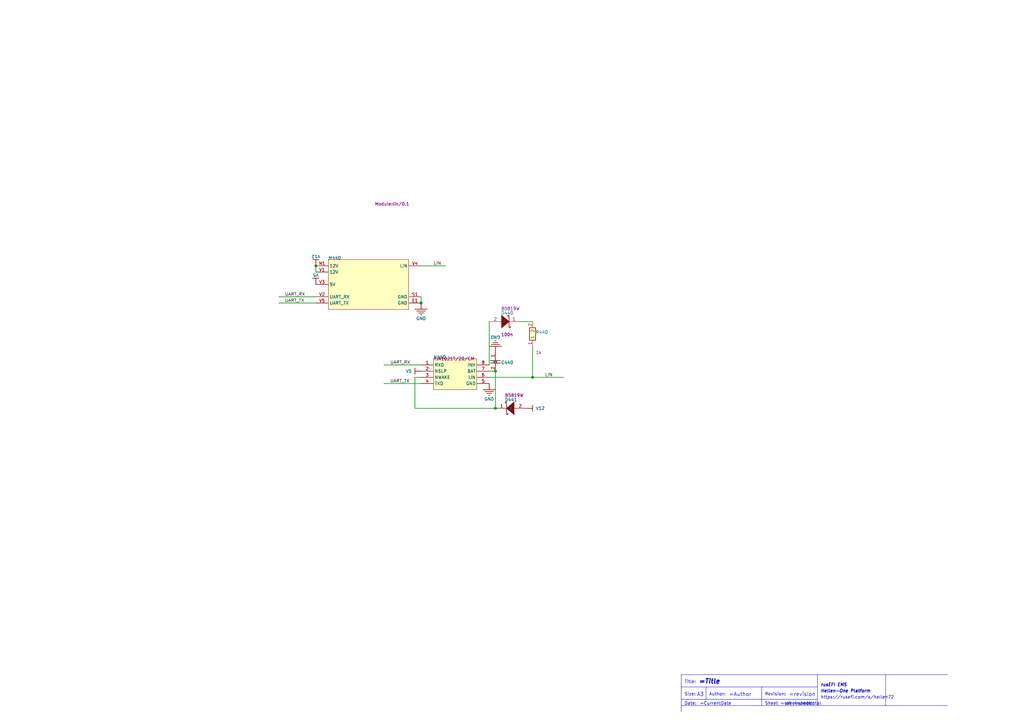
<source format=kicad_sch>
(kicad_sch (version 20210126) (generator eeschema)
  (paper "A3")
  (title_block (title "Hellen-One LIN") (rev "0.1"))
  (lib_symbols
    (symbol "hellen1-lin-altium-import:0_Cap"
      (property "Value" "0_Cap" (at 0 0 0))
      (symbol "0_Cap_1_0"
        (polyline (pts (xy 2.032 -4.318) (xy -2.032 -4.318)) (stroke (width 0.254)))
        (polyline (pts (xy -2.032 -3.302) (xy 2.032 -3.302)) (stroke (width 0.254)))
        (polyline (pts (xy 0 -2.54) (xy 0 -3.302)) (stroke (width 0.254)))
        (polyline (pts (xy 0 -5.08) (xy 0 -4.318)) (stroke (width 0.254)))
        (pin passive line (at 0 0 270) (length 2.54) (name "1") (number "1"))
        (pin passive line (at 0 -7.62 90) (length 2.54) (name "2") (number "2"))
      )
    )
    (symbol "hellen1-lin-altium-import:0_D Schottky"
      (property "Value" "0_D Schottky" (at 0 0 0))
      (symbol "0_D Schottky_1_0"
        (polyline (pts (xy 2.54 2.54) (xy -0.508 0) (xy 2.54 -2.54) (xy 2.54 2.54)) (stroke (width 0.254)) (fill (type outline)))
        (polyline (pts (xy -1.016 2.032) (xy -1.016 2.54) (xy -0.508 2.54) (xy -0.508 -2.54) (xy 0 -2.54) (xy 0 -2.032)) (stroke (width 0.254)))
        (pin passive line (at 7.62 0 180) (length 5.08) (name "A") (number "2"))
        (pin passive line (at -5.08 0 0) (length 5.08) (name "K") (number "1"))
      )
    )
    (symbol "hellen1-lin-altium-import:0_Mod-Hellen-LIN"
      (property "Value" "0_Mod-Hellen-LIN" (at 0 0 0))
      (symbol "0_Mod-Hellen-LIN_1_0"
        (rectangle (start 33.02 0) (end 0 -20.32) (fill (type background)))
        (pin passive line (at -5.08 -5.08 0) (length 5.08) (name "12V") (number "V1"))
        (pin passive line (at -5.08 -15.24 0) (length 5.08) (name "UART_RX") (number "V2"))
        (pin passive line (at -5.08 -10.16 0) (length 5.08) (name "5V") (number "V3"))
        (pin passive line (at 38.1 -2.54 180) (length 5.08) (name "LIN") (number "V4"))
        (pin passive line (at -5.08 -17.78 0) (length 5.08) (name "UART_TX") (number "V5"))
        (pin passive line (at 38.1 -15.24 180) (length 5.08) (name "GND") (number "S1"))
        (pin passive line (at 38.1 -17.78 180) (length 5.08) (name "GND") (number "E1"))
        (pin passive line (at -5.08 -2.54 0) (length 5.08) (name "12V") (number "N1"))
      )
    )
    (symbol "hellen1-lin-altium-import:0_TJA1020T"
      (property "Value" "0_TJA1020T" (at 0 0 0))
      (symbol "0_TJA1020T_1_0"
        (rectangle (start 7.62 7.62) (end -10.16 -5.08) (fill (type background)))
        (pin open_collector line (at -15.24 5.08 0) (length 5) (name "RXD") (number "1"))
        (pin input line (at -15.24 2.54 0) (length 5) (name "NSLP") (number "2"))
        (pin input line (at -15.24 0 0) (length 5) (name "NWAKE") (number "3"))
        (pin power_in line (at 12.6999 -2.54 180) (length 5) (name "GND") (number "5"))
        (pin input line (at -15.24 -2.54 0) (length 5) (name "TXD") (number "4"))
        (pin bidirectional line (at 12.6999 0 180) (length 5) (name "LIN") (number "6"))
        (pin power_in line (at 12.6999 2.54 180) (length 5) (name "BAT") (number "7"))
        (pin passive line (at 12.6999 5.08 180) (length 5) (name "INH") (number "8"))
      )
    )
    (symbol "hellen1-lin-altium-import:2_D Schottky"
      (property "Value" "2_D Schottky" (at 0 0 0))
      (symbol "2_D Schottky_1_0"
        (polyline (pts (xy -2.54 -2.54) (xy 0.508 0) (xy -2.54 2.54) (xy -2.54 -2.54)) (stroke (width 0.254)) (fill (type outline)))
        (polyline (pts (xy 1.016 -2.032) (xy 1.016 -2.54) (xy 0.508 -2.54) (xy 0.508 2.54) (xy 0 2.54) (xy 0 2.032)) (stroke (width 0.254)))
        (pin passive line (at -7.62 0 0) (length 5.08) (name "A") (number "2"))
        (pin passive line (at 5.08 0 180) (length 5.08) (name "K") (number "1"))
      )
    )
    (symbol "hellen1-lin-altium-import:2_Res"
      (property "Value" "2_Res" (at 0 0 0))
      (symbol "2_Res_1_0"
        (rectangle (start 1.27 7.62) (end -1.27 2.54) (stroke (width 0.254)) (fill (type background)))
        (pin passive line (at 0 10.16 270) (length 2.54) (name "2") (number "2"))
        (pin passive line (at 0 0 90) (length 2.54) (name "1") (number "1"))
      )
    )
    (symbol "hellen1-lin-altium-import:GND" (power)
      (property "Reference" "#PWR" (at 0 0 0))
      (property "Value" "GND" (at 0 6.35 0))
      (symbol "GND_0_0"
        (polyline (pts (xy 0 0) (xy 0 -2.54)) (stroke (width 0.254)))
        (polyline (pts (xy -2.54 -2.54) (xy 2.54 -2.54)) (stroke (width 0.254)))
        (polyline (pts (xy -1.778 -3.302) (xy 1.778 -3.302)) (stroke (width 0.254)))
        (polyline (pts (xy -1.016 -4.064) (xy 1.016 -4.064)) (stroke (width 0.254)))
        (polyline (pts (xy -0.254 -4.826) (xy 0.254 -4.826)) (stroke (width 0.254)))
        (pin power_in line (at 0 0 0) (length 0) hide (name "GND") (number ""))
      )
    )
    (symbol "hellen1-lin-altium-import:V12" (power)
      (property "Reference" "#PWR" (at 0 0 0))
      (property "Value" "V12" (at 0 3.81 0))
      (symbol "V12_0_0"
        (polyline (pts (xy 0 0) (xy 0 -2.54)) (stroke (width 0.254)))
        (polyline (pts (xy -1.27 -2.54) (xy 1.27 -2.54)) (stroke (width 0.254)))
        (pin power_in line (at 0 0 0) (length 0) hide (name "V12") (number ""))
      )
    )
    (symbol "hellen1-lin-altium-import:V5" (power)
      (property "Reference" "#PWR" (at 0 0 0))
      (property "Value" "V5" (at 0 3.81 0))
      (symbol "V5_0_0"
        (polyline (pts (xy 0 0) (xy 0 -2.54)) (stroke (width 0.254)))
        (polyline (pts (xy -1.27 -2.54) (xy 1.27 -2.54)) (stroke (width 0.254)))
        (pin power_in line (at 0 0 0) (length 0) hide (name "V5") (number ""))
      )
    )
  )
  (junction (at 129.54 109.0422) (diameter 1.016))
  (junction (at 172.72 124.2822) (diameter 1.016))
  (junction (at 203.2 152.2222) (diameter 1.016))
  (junction (at 203.2 167.4622) (diameter 1.016))
  (junction (at 218.44 154.7622) (diameter 1.016))
  (wire (pts (xy 129.54 109.0422) (xy 129.54 111.5822)) (stroke (width 0.254)))
  (wire (pts (xy 129.54 121.7422) (xy 114.3 121.7422)) (stroke (width 0.254)))
  (wire (pts (xy 129.54 124.2822) (xy 114.3 124.2822)) (stroke (width 0.254)))
  (wire (pts (xy 170.18 154.7622) (xy 172.72 154.7622)) (stroke (width 0.254)))
  (wire (pts (xy 170.18 167.4622) (xy 170.18 154.7622)) (stroke (width 0.254)))
  (wire (pts (xy 172.72 109.0422) (xy 182.88 109.0422)) (stroke (width 0.254)))
  (wire (pts (xy 172.72 121.7422) (xy 172.72 124.2822)) (stroke (width 0.254)))
  (wire (pts (xy 172.72 149.6822) (xy 157.48 149.6822)) (stroke (width 0.254)))
  (wire (pts (xy 172.72 157.3022) (xy 157.48 157.3022)) (stroke (width 0.254)))
  (wire (pts (xy 200.66 149.6822) (xy 200.66 131.9022)) (stroke (width 0.254)))
  (wire (pts (xy 200.66 152.2222) (xy 203.2 152.2222)) (stroke (width 0.254)))
  (wire (pts (xy 200.66 154.7622) (xy 218.44 154.7622)) (stroke (width 0.254)))
  (wire (pts (xy 203.2 152.2222) (xy 203.2 167.4622)) (stroke (width 0.254)))
  (wire (pts (xy 203.2 167.4622) (xy 170.18 167.4622)) (stroke (width 0.254)))
  (wire (pts (xy 213.36 131.9022) (xy 218.44 131.9022)) (stroke (width 0.254)))
  (wire (pts (xy 218.44 142.0622) (xy 218.44 154.7622)) (stroke (width 0.254)))
  (wire (pts (xy 218.44 154.7622) (xy 231.14 154.7622)) (stroke (width 0.254)))
  (polyline (pts (xy 279.4 276.6822) (xy 279.4 291.9222)) (stroke (width 0) (type solid)))
  (polyline (pts (xy 279.4 281.7622) (xy 335.28 281.7622)) (stroke (width 0) (type solid)))
  (polyline (pts (xy 279.4 286.8422) (xy 335.28 286.8422)) (stroke (width 0) (type solid)))
  (polyline (pts (xy 289.56 281.7622) (xy 289.56 286.8422)) (stroke (width 0) (type solid)))
  (polyline (pts (xy 312.42 281.7622) (xy 312.42 289.3822)) (stroke (width 0) (type solid)))
  (polyline (pts (xy 335.28 276.6822) (xy 335.28 289.3822)) (stroke (width 0) (type solid)))
  (polyline (pts (xy 363.22 276.6822) (xy 279.4 276.6822)) (stroke (width 0) (type solid)))
  (polyline (pts (xy 363.22 276.6822) (xy 363.22 289.3822)) (stroke (width 0) (type solid)))
  (polyline (pts (xy 363.22 289.3822) (xy 279.4 289.3822)) (stroke (width 0) (type solid)))
  (polyline (pts (xy 363.22 289.3822) (xy 388.62 289.3822)) (stroke (width 0) (type solid)))
  (polyline (pts (xy 388.62 276.6822) (xy 363.22 276.6822)) (stroke (width 0) (type solid)))
  (text "Title:" (at 280.67 280.4922 180) (effects (font (size 1.27 1.27)) (justify left bottom)))
  (text "Size:" (at 280.67 285.5722 180) (effects (font (size 1.27 1.27)) (justify left bottom)))
  (text "Date:" (at 280.67 289.3822 180) (effects (font (size 1.27 1.27)) (justify left bottom)))
  (text "A3" (at 285.75 285.8262 180) (effects (font (size 1.524 1.524)) (justify left bottom)))
  (text "=Title" (at 286.512 280.7462 180) (effects (font (size 1.905 1.905) bold italic) (justify left bottom)))
  (text "=CurrentDate" (at 287.02 289.3822 180) (effects (font (size 1.27 1.27)) (justify left bottom)))
  (text "Author:" (at 290.83 285.5722 180) (effects (font (size 1.27 1.27)) (justify left bottom)))
  (text "=Author" (at 298.958 285.8262 180) (effects (font (size 1.524 1.524)) (justify left bottom)))
  (text "Revision:" (at 313.69 285.5722 180) (effects (font (size 1.27 1.27)) (justify left bottom)))
  (text "Sheet" (at 313.69 289.3822 180) (effects (font (size 1.27 1.27)) (justify left bottom)))
  (text "=sheetnumber" (at 320.04 289.3822 180) (effects (font (size 1.27 1.27)) (justify left bottom)))
  (text "of" (at 322.326 289.3822 180) (effects (font (size 1.27 1.27)) (justify left bottom)))
  (text "=revision" (at 323.596 285.8262 180) (effects (font (size 1.524 1.524)) (justify left bottom)))
  (text "=sheettotal" (at 325.628 289.3822 180) (effects (font (size 1.27 1.27)) (justify left bottom)))
  (text "rusEFI EMS" (at 336.55 281.7622 180) (effects (font (size 1.27 1.27) bold italic) (justify left bottom)))
  (text "Hellen-One Platform" (at 336.55 284.3022 180) (effects (font (size 1.27 1.27) bold italic) (justify left bottom)))
  (text "https://rusefi.com/s/hellen72" (at 336.55 286.8422 180) (effects (font (size 1.27 1.27) italic) (justify left bottom)))
  (label "UART_RX" (at 116.84 121.7422 0))
  (label "UART_TX" (at 116.84 124.2822 0))
  (label "UART_RX" (at 160.02 149.6822 0))
  (label "UART_TX" (at 160.02 157.3022 0))
  (label "LIN" (at 177.8 109.0422 0))
  (label "LIN" (at 223.52 154.7622 0))
  (symbol (lib_id "hellen1-lin-altium-import:V12") (at 129.54 109.0422 180) (unit 1)
    (property "Reference" "#PWR?" (effects hide))
    (property "Value" "V12" (at 129.54 105.2322 -180))
  )
  (symbol (lib_id "hellen1-lin-altium-import:V5") (at 129.54 116.6622 180) (unit 1)
    (property "Reference" "#PWR?" (effects hide))
    (property "Value" "V5" (at 129.54 112.8522 -180))
  )
  (symbol (lib_id "hellen1-lin-altium-import:V5") (at 172.72 152.2222 270) (unit 1)
    (property "Reference" "#PWR?" (effects hide))
    (property "Value" "V5" (at 168.91 152.2222 -270) (effects (justify right)))
  )
  (symbol (lib_id "hellen1-lin-altium-import:V12") (at 215.9 167.4622 90) (unit 1)
    (property "Reference" "#PWR?" (effects hide))
    (property "Value" "V12" (at 219.71 167.4622 -90) (effects (justify left)))
  )
  (symbol (lib_id "hellen1-lin-altium-import:GND") (at 172.72 124.2822 0) (unit 1)
    (property "Reference" "#PWR?" (effects hide))
    (property "Value" "GND" (at 172.72 130.6322 0))
  )
  (symbol (lib_id "hellen1-lin-altium-import:GND") (at 200.66 157.3022 0) (unit 1)
    (property "Reference" "#PWR?" (effects hide))
    (property "Value" "GND" (at 200.66 163.6522 0))
  )
  (symbol (lib_id "hellen1-lin-altium-import:GND") (at 203.2 144.6022 180) (unit 1)
    (property "Reference" "#PWR?" (effects hide))
    (property "Value" "GND" (at 203.2 138.2522 -180))
  )
  (symbol (lib_id "hellen1-lin-altium-import:2_Res") (at 218.44 142.0622 0) (unit 1)
    (property "Reference" "R440" (at 219.71 136.9822 0) (effects (justify left bottom)))
    (property "Fitted" "True" (effects hide))
    (property "PackageReference" "R0603" (effects hide))
    (property "Type" "SMD" (effects hide))
    (property "Supplier Part Number 1" "*" (effects hide))
    (property "Supplier Part Number 2" "*" (effects hide))
    (property "Supplier Part Number 3" "C21190" (effects hide))
    (property "Supplier 1" "Mouser" (effects hide))
    (property "Supplier 2" "DigiKey" (effects hide))
    (property "Supplier 3" "LCSC" (effects hide))
    (property "Comment" "1k" (at 219.71 144.6022 0) (effects (justify left)))
  )
  (symbol (lib_id "hellen1-lin-altium-import:0_Cap") (at 203.2 144.6022 0) (unit 1)
    (property "Reference" "C440" (at 205.486 149.4282 0) (effects (justify left bottom)))
    (property "Fitted" "True" (effects hide))
    (property "Supplier Part Number 1" "710-885012207079" (effects hide))
    (property "Supplier Part Number 2" "732-7673-1-ND" (effects hide))
    (property "Supplier 1" "Mouser" (effects hide))
    (property "Supplier 2" "Digi-Key" (effects hide))
    (property "PackageReference" "C0603" (effects hide))
    (property "Supplier Part Number 3" "C14663" (effects hide))
    (property "Type" "SMD" (effects hide))
    (property "Supplier 3" "LCSC" (effects hide))
    (property "Comment" "100n" (at 205.486 137.2362 0) (effects (justify left)))
  )
  (symbol (lib_id "hellen1-lin-altium-import:2_D Schottky") (at 208.28 131.9022 0) (unit 1)
    (property "Reference" "D440" (at 205.486 129.1082 0) (effects (justify left bottom)))
    (property "Published" "8-Jun-2000" (effects hide))
    (property "LatestRevisionDate" "17-Jul-2002" (effects hide))
    (property "LatestRevisionNote" "Re-released for DXP Platform." (effects hide))
    (property "PackageReference" "SOD-123" (effects hide))
    (property "Publisher" "Altium Limited" (effects hide))
    (property "Code_JEDEC" "DO-214-AA" (effects hide))
    (property "Fitted" "True" (effects hide))
    (property "Type" "SMD" (effects hide))
    (property "Supplier 3" "LCSC" (effects hide))
    (property "Supplier Part Number 3" "C8598" (effects hide))
    (property "Comment" "B5819W" (at 205.486 126.5682 0) (effects (justify left)))
  )
  (symbol (lib_id "hellen1-lin-altium-import:0_D Schottky") (at 208.28 167.4622 0) (unit 1)
    (property "Reference" "D441" (at 207.01 164.6682 0) (effects (justify left bottom)))
    (property "Published" "8-Jun-2000" (effects hide))
    (property "LatestRevisionDate" "17-Jul-2002" (effects hide))
    (property "LatestRevisionNote" "Re-released for DXP Platform." (effects hide))
    (property "PackageReference" "SOD-123" (effects hide))
    (property "Publisher" "Altium Limited" (effects hide))
    (property "Code_JEDEC" "DO-214-AA" (effects hide))
    (property "Fitted" "True" (effects hide))
    (property "Type" "SMD" (effects hide))
    (property "Supplier 3" "LCSC" (effects hide))
    (property "Supplier Part Number 3" "C8598" (effects hide))
    (property "Comment" "B5819W" (at 207.01 162.1282 0) (effects (justify left)))
  )
  (symbol (lib_id "hellen1-lin-altium-import:0_TJA1020T") (at 187.96 154.7622 0) (unit 1)
    (property "Reference" "U440" (at 177.8 147.1422 0) (effects (justify left bottom)))
    (property "Fitted" "True" (effects hide))
    (property "Type" "SMD" (effects hide))
    (property "PackageReference" "SO8" (effects hide))
    (property "Supplier 3" "LCSC" (effects hide))
    (property "Supplier Part Number 3" "C128810" (effects hide))
    (property "Comment" "TJA1021T/20/CM" (at 177.8 147.1422 0) (effects (justify left)))
  )
  (symbol (lib_id "hellen1-lin-altium-import:0_Mod-Hellen-LIN") (at 134.62 106.5022 0) (unit 1)
    (property "Reference" "M440" (at 134.62 106.5022 0) (effects (justify left bottom)))
    (property "Publisher" "andreika" (effects hide))
    (property "Supplier Part Number 1" "*" (effects hide))
    (property "Supplier Part Number 2" "*" (effects hide))
    (property "Supplier 1" "Mouser" (effects hide))
    (property "Supplier 2" "Digi-Key" (effects hide))
    (property "Fitted" "False" (effects hide))
    (property "Supplier 3" "LCSC" (effects hide))
    (property "Type" "Module" (effects hide))
    (property "Comment" "Module:lin/0.1" (at 153.67 83.6422 0) (effects (justify left)))
  )
)
</source>
